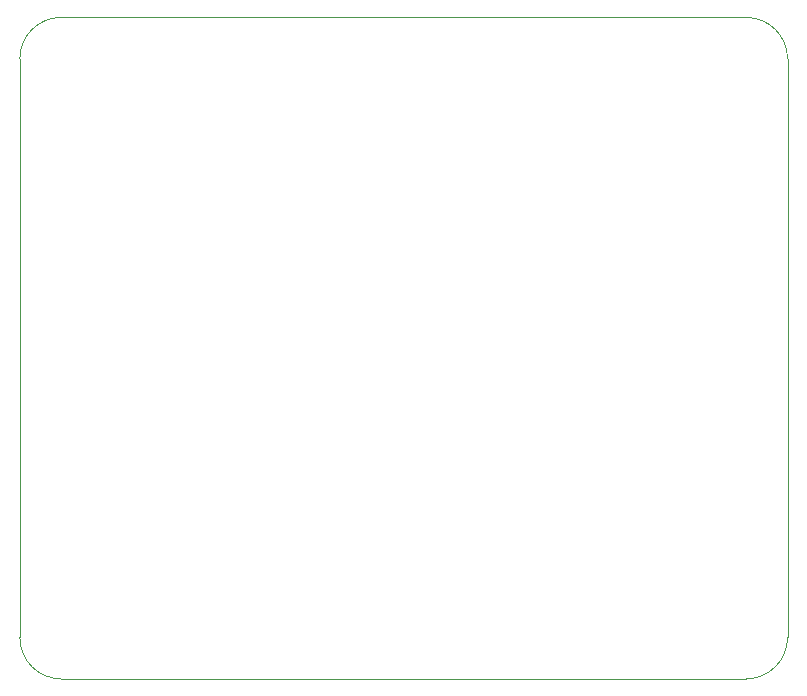
<source format=gbr>
%TF.GenerationSoftware,KiCad,Pcbnew,8.0.1-8.0.1-0~ubuntu20.04.1*%
%TF.CreationDate,2024-04-20T12:51:40-03:00*%
%TF.ProjectId,seebum_esp32s3,73656562-756d-45f6-9573-70333273332e,rev?*%
%TF.SameCoordinates,Original*%
%TF.FileFunction,Profile,NP*%
%FSLAX46Y46*%
G04 Gerber Fmt 4.6, Leading zero omitted, Abs format (unit mm)*
G04 Created by KiCad (PCBNEW 8.0.1-8.0.1-0~ubuntu20.04.1) date 2024-04-20 12:51:40*
%MOMM*%
%LPD*%
G01*
G04 APERTURE LIST*
%TA.AperFunction,Profile*%
%ADD10C,0.100000*%
%TD*%
G04 APERTURE END LIST*
D10*
X121547500Y-114625000D02*
X179547500Y-114625000D01*
X179547500Y-58625000D02*
G75*
G02*
X183047500Y-62125000I0J-3500000D01*
G01*
X183047500Y-62125000D02*
X183047500Y-111125000D01*
X118047501Y-62125000D02*
G75*
G02*
X121547500Y-58625001I3499999J0D01*
G01*
X121547500Y-58625000D02*
X179547500Y-58625000D01*
X121547500Y-114625000D02*
G75*
G02*
X118047500Y-111125000I0J3500000D01*
G01*
X118047500Y-62125000D02*
X118047500Y-111125000D01*
X183047500Y-111125000D02*
G75*
G02*
X179547500Y-114625000I-3500000J0D01*
G01*
M02*

</source>
